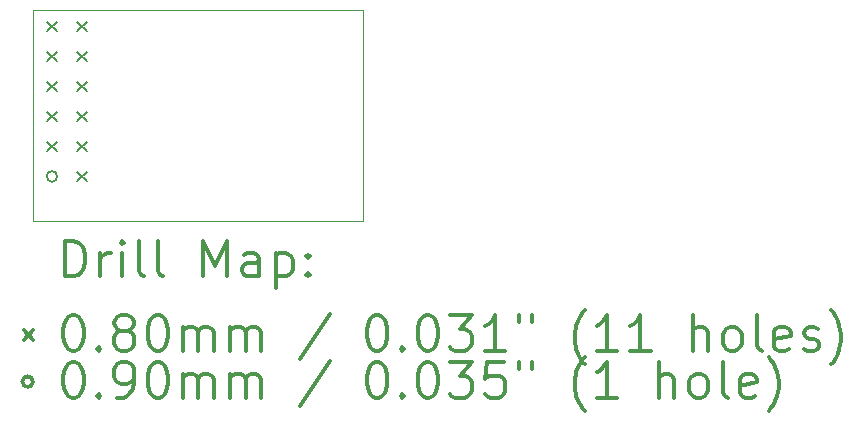
<source format=gbr>
%FSLAX45Y45*%
G04 Gerber Fmt 4.5, Leading zero omitted, Abs format (unit mm)*
G04 Created by KiCad (PCBNEW 4.0.1-stable) date 15/01/2016 09:54:51*
%MOMM*%
G01*
G04 APERTURE LIST*
%ADD10C,0.127000*%
%ADD11C,0.020000*%
%ADD12C,0.200000*%
%ADD13C,0.300000*%
G04 APERTURE END LIST*
D10*
D11*
X0Y-1790000D02*
X0Y0D01*
X2790000Y0D02*
X0Y0D01*
X2790000Y-1790000D02*
X2790000Y0D01*
X0Y-1790000D02*
X2790000Y-1790000D01*
D12*
X120000Y-100000D02*
X200000Y-180000D01*
X200000Y-100000D02*
X120000Y-180000D01*
X120000Y-354000D02*
X200000Y-434000D01*
X200000Y-354000D02*
X120000Y-434000D01*
X120000Y-608000D02*
X200000Y-688000D01*
X200000Y-608000D02*
X120000Y-688000D01*
X120000Y-862000D02*
X200000Y-942000D01*
X200000Y-862000D02*
X120000Y-942000D01*
X120000Y-1116000D02*
X200000Y-1196000D01*
X200000Y-1116000D02*
X120000Y-1196000D01*
X374000Y-100000D02*
X454000Y-180000D01*
X454000Y-100000D02*
X374000Y-180000D01*
X374000Y-354000D02*
X454000Y-434000D01*
X454000Y-354000D02*
X374000Y-434000D01*
X374000Y-608000D02*
X454000Y-688000D01*
X454000Y-608000D02*
X374000Y-688000D01*
X374000Y-862000D02*
X454000Y-942000D01*
X454000Y-862000D02*
X374000Y-942000D01*
X374000Y-1116000D02*
X454000Y-1196000D01*
X454000Y-1116000D02*
X374000Y-1196000D01*
X374000Y-1370000D02*
X454000Y-1450000D01*
X454000Y-1370000D02*
X374000Y-1450000D01*
X205000Y-1410000D02*
G75*
G03X205000Y-1410000I-45000J0D01*
G01*
D13*
X270429Y-2256714D02*
X270429Y-1956714D01*
X341857Y-1956714D01*
X384714Y-1971000D01*
X413286Y-1999571D01*
X427571Y-2028143D01*
X441857Y-2085286D01*
X441857Y-2128143D01*
X427571Y-2185286D01*
X413286Y-2213857D01*
X384714Y-2242429D01*
X341857Y-2256714D01*
X270429Y-2256714D01*
X570429Y-2256714D02*
X570429Y-2056714D01*
X570429Y-2113857D02*
X584714Y-2085286D01*
X599000Y-2071000D01*
X627571Y-2056714D01*
X656143Y-2056714D01*
X756143Y-2256714D02*
X756143Y-2056714D01*
X756143Y-1956714D02*
X741857Y-1971000D01*
X756143Y-1985286D01*
X770428Y-1971000D01*
X756143Y-1956714D01*
X756143Y-1985286D01*
X941857Y-2256714D02*
X913286Y-2242429D01*
X899000Y-2213857D01*
X899000Y-1956714D01*
X1099000Y-2256714D02*
X1070429Y-2242429D01*
X1056143Y-2213857D01*
X1056143Y-1956714D01*
X1441857Y-2256714D02*
X1441857Y-1956714D01*
X1541857Y-2171000D01*
X1641857Y-1956714D01*
X1641857Y-2256714D01*
X1913286Y-2256714D02*
X1913286Y-2099572D01*
X1899000Y-2071000D01*
X1870428Y-2056714D01*
X1813286Y-2056714D01*
X1784714Y-2071000D01*
X1913286Y-2242429D02*
X1884714Y-2256714D01*
X1813286Y-2256714D01*
X1784714Y-2242429D01*
X1770428Y-2213857D01*
X1770428Y-2185286D01*
X1784714Y-2156714D01*
X1813286Y-2142429D01*
X1884714Y-2142429D01*
X1913286Y-2128143D01*
X2056143Y-2056714D02*
X2056143Y-2356714D01*
X2056143Y-2071000D02*
X2084714Y-2056714D01*
X2141857Y-2056714D01*
X2170429Y-2071000D01*
X2184714Y-2085286D01*
X2199000Y-2113857D01*
X2199000Y-2199572D01*
X2184714Y-2228143D01*
X2170429Y-2242429D01*
X2141857Y-2256714D01*
X2084714Y-2256714D01*
X2056143Y-2242429D01*
X2327571Y-2228143D02*
X2341857Y-2242429D01*
X2327571Y-2256714D01*
X2313286Y-2242429D01*
X2327571Y-2228143D01*
X2327571Y-2256714D01*
X2327571Y-2071000D02*
X2341857Y-2085286D01*
X2327571Y-2099572D01*
X2313286Y-2085286D01*
X2327571Y-2071000D01*
X2327571Y-2099572D01*
X-81000Y-2711000D02*
X-1000Y-2791000D01*
X-1000Y-2711000D02*
X-81000Y-2791000D01*
X327571Y-2586714D02*
X356143Y-2586714D01*
X384714Y-2601000D01*
X399000Y-2615286D01*
X413286Y-2643857D01*
X427571Y-2701000D01*
X427571Y-2772429D01*
X413286Y-2829571D01*
X399000Y-2858143D01*
X384714Y-2872429D01*
X356143Y-2886714D01*
X327571Y-2886714D01*
X299000Y-2872429D01*
X284714Y-2858143D01*
X270429Y-2829571D01*
X256143Y-2772429D01*
X256143Y-2701000D01*
X270429Y-2643857D01*
X284714Y-2615286D01*
X299000Y-2601000D01*
X327571Y-2586714D01*
X556143Y-2858143D02*
X570429Y-2872429D01*
X556143Y-2886714D01*
X541857Y-2872429D01*
X556143Y-2858143D01*
X556143Y-2886714D01*
X741857Y-2715286D02*
X713286Y-2701000D01*
X699000Y-2686714D01*
X684714Y-2658143D01*
X684714Y-2643857D01*
X699000Y-2615286D01*
X713286Y-2601000D01*
X741857Y-2586714D01*
X799000Y-2586714D01*
X827571Y-2601000D01*
X841857Y-2615286D01*
X856143Y-2643857D01*
X856143Y-2658143D01*
X841857Y-2686714D01*
X827571Y-2701000D01*
X799000Y-2715286D01*
X741857Y-2715286D01*
X713286Y-2729572D01*
X699000Y-2743857D01*
X684714Y-2772429D01*
X684714Y-2829571D01*
X699000Y-2858143D01*
X713286Y-2872429D01*
X741857Y-2886714D01*
X799000Y-2886714D01*
X827571Y-2872429D01*
X841857Y-2858143D01*
X856143Y-2829571D01*
X856143Y-2772429D01*
X841857Y-2743857D01*
X827571Y-2729572D01*
X799000Y-2715286D01*
X1041857Y-2586714D02*
X1070429Y-2586714D01*
X1099000Y-2601000D01*
X1113286Y-2615286D01*
X1127571Y-2643857D01*
X1141857Y-2701000D01*
X1141857Y-2772429D01*
X1127571Y-2829571D01*
X1113286Y-2858143D01*
X1099000Y-2872429D01*
X1070429Y-2886714D01*
X1041857Y-2886714D01*
X1013286Y-2872429D01*
X999000Y-2858143D01*
X984714Y-2829571D01*
X970428Y-2772429D01*
X970428Y-2701000D01*
X984714Y-2643857D01*
X999000Y-2615286D01*
X1013286Y-2601000D01*
X1041857Y-2586714D01*
X1270429Y-2886714D02*
X1270429Y-2686714D01*
X1270429Y-2715286D02*
X1284714Y-2701000D01*
X1313286Y-2686714D01*
X1356143Y-2686714D01*
X1384714Y-2701000D01*
X1399000Y-2729572D01*
X1399000Y-2886714D01*
X1399000Y-2729572D02*
X1413286Y-2701000D01*
X1441857Y-2686714D01*
X1484714Y-2686714D01*
X1513286Y-2701000D01*
X1527571Y-2729572D01*
X1527571Y-2886714D01*
X1670428Y-2886714D02*
X1670428Y-2686714D01*
X1670428Y-2715286D02*
X1684714Y-2701000D01*
X1713286Y-2686714D01*
X1756143Y-2686714D01*
X1784714Y-2701000D01*
X1799000Y-2729572D01*
X1799000Y-2886714D01*
X1799000Y-2729572D02*
X1813286Y-2701000D01*
X1841857Y-2686714D01*
X1884714Y-2686714D01*
X1913286Y-2701000D01*
X1927571Y-2729572D01*
X1927571Y-2886714D01*
X2513286Y-2572429D02*
X2256143Y-2958143D01*
X2899000Y-2586714D02*
X2927571Y-2586714D01*
X2956143Y-2601000D01*
X2970428Y-2615286D01*
X2984714Y-2643857D01*
X2999000Y-2701000D01*
X2999000Y-2772429D01*
X2984714Y-2829571D01*
X2970428Y-2858143D01*
X2956143Y-2872429D01*
X2927571Y-2886714D01*
X2899000Y-2886714D01*
X2870428Y-2872429D01*
X2856143Y-2858143D01*
X2841857Y-2829571D01*
X2827571Y-2772429D01*
X2827571Y-2701000D01*
X2841857Y-2643857D01*
X2856143Y-2615286D01*
X2870428Y-2601000D01*
X2899000Y-2586714D01*
X3127571Y-2858143D02*
X3141857Y-2872429D01*
X3127571Y-2886714D01*
X3113286Y-2872429D01*
X3127571Y-2858143D01*
X3127571Y-2886714D01*
X3327571Y-2586714D02*
X3356143Y-2586714D01*
X3384714Y-2601000D01*
X3399000Y-2615286D01*
X3413285Y-2643857D01*
X3427571Y-2701000D01*
X3427571Y-2772429D01*
X3413285Y-2829571D01*
X3399000Y-2858143D01*
X3384714Y-2872429D01*
X3356143Y-2886714D01*
X3327571Y-2886714D01*
X3299000Y-2872429D01*
X3284714Y-2858143D01*
X3270428Y-2829571D01*
X3256143Y-2772429D01*
X3256143Y-2701000D01*
X3270428Y-2643857D01*
X3284714Y-2615286D01*
X3299000Y-2601000D01*
X3327571Y-2586714D01*
X3527571Y-2586714D02*
X3713285Y-2586714D01*
X3613285Y-2701000D01*
X3656143Y-2701000D01*
X3684714Y-2715286D01*
X3699000Y-2729572D01*
X3713285Y-2758143D01*
X3713285Y-2829571D01*
X3699000Y-2858143D01*
X3684714Y-2872429D01*
X3656143Y-2886714D01*
X3570428Y-2886714D01*
X3541857Y-2872429D01*
X3527571Y-2858143D01*
X3999000Y-2886714D02*
X3827571Y-2886714D01*
X3913285Y-2886714D02*
X3913285Y-2586714D01*
X3884714Y-2629572D01*
X3856143Y-2658143D01*
X3827571Y-2672429D01*
X4113286Y-2586714D02*
X4113286Y-2643857D01*
X4227571Y-2586714D02*
X4227571Y-2643857D01*
X4670428Y-3001000D02*
X4656143Y-2986714D01*
X4627571Y-2943857D01*
X4613286Y-2915286D01*
X4599000Y-2872429D01*
X4584714Y-2801000D01*
X4584714Y-2743857D01*
X4599000Y-2672429D01*
X4613286Y-2629572D01*
X4627571Y-2601000D01*
X4656143Y-2558143D01*
X4670428Y-2543857D01*
X4941857Y-2886714D02*
X4770428Y-2886714D01*
X4856143Y-2886714D02*
X4856143Y-2586714D01*
X4827571Y-2629572D01*
X4799000Y-2658143D01*
X4770428Y-2672429D01*
X5227571Y-2886714D02*
X5056143Y-2886714D01*
X5141857Y-2886714D02*
X5141857Y-2586714D01*
X5113286Y-2629572D01*
X5084714Y-2658143D01*
X5056143Y-2672429D01*
X5584714Y-2886714D02*
X5584714Y-2586714D01*
X5713285Y-2886714D02*
X5713285Y-2729572D01*
X5699000Y-2701000D01*
X5670428Y-2686714D01*
X5627571Y-2686714D01*
X5599000Y-2701000D01*
X5584714Y-2715286D01*
X5899000Y-2886714D02*
X5870428Y-2872429D01*
X5856143Y-2858143D01*
X5841857Y-2829571D01*
X5841857Y-2743857D01*
X5856143Y-2715286D01*
X5870428Y-2701000D01*
X5899000Y-2686714D01*
X5941857Y-2686714D01*
X5970428Y-2701000D01*
X5984714Y-2715286D01*
X5999000Y-2743857D01*
X5999000Y-2829571D01*
X5984714Y-2858143D01*
X5970428Y-2872429D01*
X5941857Y-2886714D01*
X5899000Y-2886714D01*
X6170428Y-2886714D02*
X6141857Y-2872429D01*
X6127571Y-2843857D01*
X6127571Y-2586714D01*
X6399000Y-2872429D02*
X6370428Y-2886714D01*
X6313286Y-2886714D01*
X6284714Y-2872429D01*
X6270428Y-2843857D01*
X6270428Y-2729572D01*
X6284714Y-2701000D01*
X6313286Y-2686714D01*
X6370428Y-2686714D01*
X6399000Y-2701000D01*
X6413286Y-2729572D01*
X6413286Y-2758143D01*
X6270428Y-2786714D01*
X6527571Y-2872429D02*
X6556143Y-2886714D01*
X6613286Y-2886714D01*
X6641857Y-2872429D01*
X6656143Y-2843857D01*
X6656143Y-2829571D01*
X6641857Y-2801000D01*
X6613286Y-2786714D01*
X6570428Y-2786714D01*
X6541857Y-2772429D01*
X6527571Y-2743857D01*
X6527571Y-2729572D01*
X6541857Y-2701000D01*
X6570428Y-2686714D01*
X6613286Y-2686714D01*
X6641857Y-2701000D01*
X6756143Y-3001000D02*
X6770428Y-2986714D01*
X6799000Y-2943857D01*
X6813286Y-2915286D01*
X6827571Y-2872429D01*
X6841857Y-2801000D01*
X6841857Y-2743857D01*
X6827571Y-2672429D01*
X6813286Y-2629572D01*
X6799000Y-2601000D01*
X6770428Y-2558143D01*
X6756143Y-2543857D01*
X-1000Y-3147000D02*
G75*
G03X-1000Y-3147000I-45000J0D01*
G01*
X327571Y-2982714D02*
X356143Y-2982714D01*
X384714Y-2997000D01*
X399000Y-3011286D01*
X413286Y-3039857D01*
X427571Y-3097000D01*
X427571Y-3168429D01*
X413286Y-3225571D01*
X399000Y-3254143D01*
X384714Y-3268429D01*
X356143Y-3282714D01*
X327571Y-3282714D01*
X299000Y-3268429D01*
X284714Y-3254143D01*
X270429Y-3225571D01*
X256143Y-3168429D01*
X256143Y-3097000D01*
X270429Y-3039857D01*
X284714Y-3011286D01*
X299000Y-2997000D01*
X327571Y-2982714D01*
X556143Y-3254143D02*
X570429Y-3268429D01*
X556143Y-3282714D01*
X541857Y-3268429D01*
X556143Y-3254143D01*
X556143Y-3282714D01*
X713286Y-3282714D02*
X770428Y-3282714D01*
X799000Y-3268429D01*
X813286Y-3254143D01*
X841857Y-3211286D01*
X856143Y-3154143D01*
X856143Y-3039857D01*
X841857Y-3011286D01*
X827571Y-2997000D01*
X799000Y-2982714D01*
X741857Y-2982714D01*
X713286Y-2997000D01*
X699000Y-3011286D01*
X684714Y-3039857D01*
X684714Y-3111286D01*
X699000Y-3139857D01*
X713286Y-3154143D01*
X741857Y-3168429D01*
X799000Y-3168429D01*
X827571Y-3154143D01*
X841857Y-3139857D01*
X856143Y-3111286D01*
X1041857Y-2982714D02*
X1070429Y-2982714D01*
X1099000Y-2997000D01*
X1113286Y-3011286D01*
X1127571Y-3039857D01*
X1141857Y-3097000D01*
X1141857Y-3168429D01*
X1127571Y-3225571D01*
X1113286Y-3254143D01*
X1099000Y-3268429D01*
X1070429Y-3282714D01*
X1041857Y-3282714D01*
X1013286Y-3268429D01*
X999000Y-3254143D01*
X984714Y-3225571D01*
X970428Y-3168429D01*
X970428Y-3097000D01*
X984714Y-3039857D01*
X999000Y-3011286D01*
X1013286Y-2997000D01*
X1041857Y-2982714D01*
X1270429Y-3282714D02*
X1270429Y-3082714D01*
X1270429Y-3111286D02*
X1284714Y-3097000D01*
X1313286Y-3082714D01*
X1356143Y-3082714D01*
X1384714Y-3097000D01*
X1399000Y-3125571D01*
X1399000Y-3282714D01*
X1399000Y-3125571D02*
X1413286Y-3097000D01*
X1441857Y-3082714D01*
X1484714Y-3082714D01*
X1513286Y-3097000D01*
X1527571Y-3125571D01*
X1527571Y-3282714D01*
X1670428Y-3282714D02*
X1670428Y-3082714D01*
X1670428Y-3111286D02*
X1684714Y-3097000D01*
X1713286Y-3082714D01*
X1756143Y-3082714D01*
X1784714Y-3097000D01*
X1799000Y-3125571D01*
X1799000Y-3282714D01*
X1799000Y-3125571D02*
X1813286Y-3097000D01*
X1841857Y-3082714D01*
X1884714Y-3082714D01*
X1913286Y-3097000D01*
X1927571Y-3125571D01*
X1927571Y-3282714D01*
X2513286Y-2968429D02*
X2256143Y-3354143D01*
X2899000Y-2982714D02*
X2927571Y-2982714D01*
X2956143Y-2997000D01*
X2970428Y-3011286D01*
X2984714Y-3039857D01*
X2999000Y-3097000D01*
X2999000Y-3168429D01*
X2984714Y-3225571D01*
X2970428Y-3254143D01*
X2956143Y-3268429D01*
X2927571Y-3282714D01*
X2899000Y-3282714D01*
X2870428Y-3268429D01*
X2856143Y-3254143D01*
X2841857Y-3225571D01*
X2827571Y-3168429D01*
X2827571Y-3097000D01*
X2841857Y-3039857D01*
X2856143Y-3011286D01*
X2870428Y-2997000D01*
X2899000Y-2982714D01*
X3127571Y-3254143D02*
X3141857Y-3268429D01*
X3127571Y-3282714D01*
X3113286Y-3268429D01*
X3127571Y-3254143D01*
X3127571Y-3282714D01*
X3327571Y-2982714D02*
X3356143Y-2982714D01*
X3384714Y-2997000D01*
X3399000Y-3011286D01*
X3413285Y-3039857D01*
X3427571Y-3097000D01*
X3427571Y-3168429D01*
X3413285Y-3225571D01*
X3399000Y-3254143D01*
X3384714Y-3268429D01*
X3356143Y-3282714D01*
X3327571Y-3282714D01*
X3299000Y-3268429D01*
X3284714Y-3254143D01*
X3270428Y-3225571D01*
X3256143Y-3168429D01*
X3256143Y-3097000D01*
X3270428Y-3039857D01*
X3284714Y-3011286D01*
X3299000Y-2997000D01*
X3327571Y-2982714D01*
X3527571Y-2982714D02*
X3713285Y-2982714D01*
X3613285Y-3097000D01*
X3656143Y-3097000D01*
X3684714Y-3111286D01*
X3699000Y-3125571D01*
X3713285Y-3154143D01*
X3713285Y-3225571D01*
X3699000Y-3254143D01*
X3684714Y-3268429D01*
X3656143Y-3282714D01*
X3570428Y-3282714D01*
X3541857Y-3268429D01*
X3527571Y-3254143D01*
X3984714Y-2982714D02*
X3841857Y-2982714D01*
X3827571Y-3125571D01*
X3841857Y-3111286D01*
X3870428Y-3097000D01*
X3941857Y-3097000D01*
X3970428Y-3111286D01*
X3984714Y-3125571D01*
X3999000Y-3154143D01*
X3999000Y-3225571D01*
X3984714Y-3254143D01*
X3970428Y-3268429D01*
X3941857Y-3282714D01*
X3870428Y-3282714D01*
X3841857Y-3268429D01*
X3827571Y-3254143D01*
X4113286Y-2982714D02*
X4113286Y-3039857D01*
X4227571Y-2982714D02*
X4227571Y-3039857D01*
X4670428Y-3397000D02*
X4656143Y-3382714D01*
X4627571Y-3339857D01*
X4613286Y-3311286D01*
X4599000Y-3268429D01*
X4584714Y-3197000D01*
X4584714Y-3139857D01*
X4599000Y-3068429D01*
X4613286Y-3025571D01*
X4627571Y-2997000D01*
X4656143Y-2954143D01*
X4670428Y-2939857D01*
X4941857Y-3282714D02*
X4770428Y-3282714D01*
X4856143Y-3282714D02*
X4856143Y-2982714D01*
X4827571Y-3025571D01*
X4799000Y-3054143D01*
X4770428Y-3068429D01*
X5299000Y-3282714D02*
X5299000Y-2982714D01*
X5427571Y-3282714D02*
X5427571Y-3125571D01*
X5413286Y-3097000D01*
X5384714Y-3082714D01*
X5341857Y-3082714D01*
X5313286Y-3097000D01*
X5299000Y-3111286D01*
X5613285Y-3282714D02*
X5584714Y-3268429D01*
X5570428Y-3254143D01*
X5556143Y-3225571D01*
X5556143Y-3139857D01*
X5570428Y-3111286D01*
X5584714Y-3097000D01*
X5613285Y-3082714D01*
X5656143Y-3082714D01*
X5684714Y-3097000D01*
X5699000Y-3111286D01*
X5713285Y-3139857D01*
X5713285Y-3225571D01*
X5699000Y-3254143D01*
X5684714Y-3268429D01*
X5656143Y-3282714D01*
X5613285Y-3282714D01*
X5884714Y-3282714D02*
X5856143Y-3268429D01*
X5841857Y-3239857D01*
X5841857Y-2982714D01*
X6113286Y-3268429D02*
X6084714Y-3282714D01*
X6027571Y-3282714D01*
X5999000Y-3268429D01*
X5984714Y-3239857D01*
X5984714Y-3125571D01*
X5999000Y-3097000D01*
X6027571Y-3082714D01*
X6084714Y-3082714D01*
X6113286Y-3097000D01*
X6127571Y-3125571D01*
X6127571Y-3154143D01*
X5984714Y-3182714D01*
X6227571Y-3397000D02*
X6241857Y-3382714D01*
X6270428Y-3339857D01*
X6284714Y-3311286D01*
X6299000Y-3268429D01*
X6313286Y-3197000D01*
X6313286Y-3139857D01*
X6299000Y-3068429D01*
X6284714Y-3025571D01*
X6270428Y-2997000D01*
X6241857Y-2954143D01*
X6227571Y-2939857D01*
M02*

</source>
